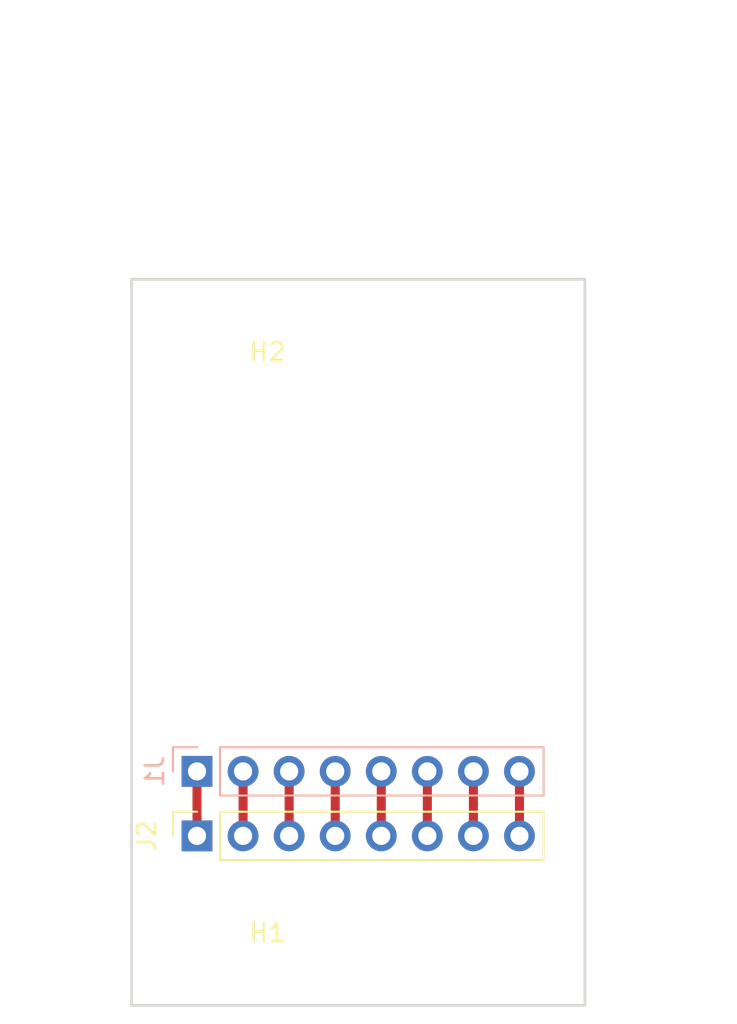
<source format=kicad_pcb>
(kicad_pcb (version 20211014) (generator pcbnew)
  (layers (0 "F.Cu" signal) (31 "B.Cu" signal) (34 "B.Paste" user) (35 "F.Paste" user) (36 "B.SilkS" user "B.Silkscreen") (37 "F.SilkS" user "F.Silkscreen") (38 "B.Mask" user) (39 "F.Mask" user) (44 "Edge.Cuts" user))
  (net 0 "")
  (net 1 "Net-(J1-Pad1)")
  (net 2 "Net-(J1-Pad2)")
  (net 3 "Net-(J1-Pad3)")
  (net 4 "Net-(J1-Pad4)")
  (net 5 "Net-(J1-Pad5)")
  (net 6 "Net-(J1-Pad6)")
  (net 7 "Net-(J1-Pad7)")
  (net 8 "Net-(J1-Pad8)")
  (footprint "MountingHole:MountingHole_3.2mm_M3" (layer "F.Cu") (at 0 -32)
    (fp_text reference "H2" (at -5 0) (layer "F.SilkS"))
    (fp_text value "MountingHole")
    (pad "" np_thru_hole circle (at 0 0) (size 3.2 3.2) (drill 3.2) (layers *.Cu *.Mask))
  )
  (footprint "MountingHole:MountingHole_3.2mm_M3" (layer "F.Cu") (at 0 0)
    (fp_text reference "H1" (at -5 0) (layer "F.SilkS"))
    (fp_text value "MountingHole")
    (pad "" np_thru_hole circle (at 0 0) (size 3.2 3.2) (drill 3.2) (layers *.Cu *.Mask))
  )
  (footprint "Connector_PinSocket_2.54mm:PinSocket_1x08_P2.54mm_Vertical" (layer "F.Cu") (at -8.89 -5.3375 90)
    (fp_text reference "J2" (at 0 -2.77 90) (layer "F.SilkS"))
    (fp_text value "Mounting_Radar")
    (fp_line (start 1.33 1.27) (end 1.33 19.11) (layer "F.SilkS") (width 0.12))
    (fp_line (start -1.33 1.27) (end -1.33 19.11) (layer "F.SilkS") (width 0.12))
    (fp_line (start 0 -1.33) (end 1.33 -1.33) (layer "F.SilkS") (width 0.12))
    (fp_line (start -1.33 19.11) (end 1.33 19.11) (layer "F.SilkS") (width 0.12))
    (fp_line (start -1.33 1.27) (end 1.33 1.27) (layer "F.SilkS") (width 0.12))
    (fp_line (start 1.33 -1.33) (end 1.33 0) (layer "F.SilkS") (width 0.12))
    (pad "1" thru_hole rect (at 0 0 90) (size 1.7 1.7) (drill 1) (layers *.Cu *.Mask) (net 1 "Net-(J1-Pad1)"))
    (pad "2" thru_hole oval (at 0 2.54 90) (size 1.7 1.7) (drill 1) (layers *.Cu *.Mask) (net 2 "Net-(J1-Pad2)"))
    (pad "3" thru_hole oval (at 0 5.08 90) (size 1.7 1.7) (drill 1) (layers *.Cu *.Mask) (net 3 "Net-(J1-Pad3)"))
    (pad "4" thru_hole oval (at 0 7.62 90) (size 1.7 1.7) (drill 1) (layers *.Cu *.Mask) (net 4 "Net-(J1-Pad4)"))
    (pad "5" thru_hole oval (at 0 10.16 90) (size 1.7 1.7) (drill 1) (layers *.Cu *.Mask) (net 5 "Net-(J1-Pad5)"))
    (pad "6" thru_hole oval (at 0 12.7 90) (size 1.7 1.7) (drill 1) (layers *.Cu *.Mask) (net 6 "Net-(J1-Pad6)"))
    (pad "7" thru_hole oval (at 0 15.24 90) (size 1.7 1.7) (drill 1) (layers *.Cu *.Mask) (net 7 "Net-(J1-Pad7)"))
    (pad "8" thru_hole oval (at 0 17.78 90) (size 1.7 1.7) (drill 1) (layers *.Cu *.Mask) (net 8 "Net-(J1-Pad8)"))
  )
  (footprint "Connector_PinHeader_2.54mm:PinHeader_1x08_P2.54mm_Vertical" (layer "B.Cu") (at -8.89 -8.89 -90)
    (fp_text reference "J1" (at 0 2.33 90) (layer "B.SilkS") (effects (justify mirror)))
    (fp_text value "Connector_CPU")
    (fp_line (start -1.33 -19.11) (end 1.33 -19.11) (layer "B.SilkS") (width 0.12))
    (fp_line (start 1.33 -1.27) (end 1.33 -19.11) (layer "B.SilkS") (width 0.12))
    (fp_line (start -1.33 0) (end -1.33 1.33) (layer "B.SilkS") (width 0.12))
    (fp_line (start -1.33 -1.27) (end -1.33 -19.11) (layer "B.SilkS") (width 0.12))
    (fp_line (start -1.33 -1.27) (end 1.33 -1.27) (layer "B.SilkS") (width 0.12))
    (fp_line (start -1.33 1.33) (end 0 1.33) (layer "B.SilkS") (width 0.12))
    (pad "1" thru_hole rect (at 0 0 270) (size 1.7 1.7) (drill 1) (layers *.Cu *.Mask) (net 1 "Net-(J1-Pad1)"))
    (pad "2" thru_hole oval (at 0 -2.54 270) (size 1.7 1.7) (drill 1) (layers *.Cu *.Mask) (net 2 "Net-(J1-Pad2)"))
    (pad "3" thru_hole oval (at 0 -5.08 270) (size 1.7 1.7) (drill 1) (layers *.Cu *.Mask) (net 3 "Net-(J1-Pad3)"))
    (pad "4" thru_hole oval (at 0 -7.62 270) (size 1.7 1.7) (drill 1) (layers *.Cu *.Mask) (net 4 "Net-(J1-Pad4)"))
    (pad "5" thru_hole oval (at 0 -10.16 270) (size 1.7 1.7) (drill 1) (layers *.Cu *.Mask) (net 5 "Net-(J1-Pad5)"))
    (pad "6" thru_hole oval (at 0 -12.7 270) (size 1.7 1.7) (drill 1) (layers *.Cu *.Mask) (net 6 "Net-(J1-Pad6)"))
    (pad "7" thru_hole oval (at 0 -15.24 270) (size 1.7 1.7) (drill 1) (layers *.Cu *.Mask) (net 7 "Net-(J1-Pad7)"))
    (pad "8" thru_hole oval (at 0 -17.78 270) (size 1.7 1.7) (drill 1) (layers *.Cu *.Mask) (net 8 "Net-(J1-Pad8)"))
  )
  (gr_line (start -12.5 -36) (end 12.5 -36) (layer "Edge.Cuts") (width 0.15))
  (gr_line (start -12.5 4) (end 12.5 4) (layer "Edge.Cuts") (width 0.15))
  (gr_line (start 12.5 -36) (end 12.5 4) (layer "Edge.Cuts") (width 0.15))
  (gr_line (start -12.5 -36) (end -12.5 4) (layer "Edge.Cuts") (width 0.15))
  (segment (start -8.89 -5.3375) (end -8.89 -8.89) (width 0.5) (layer "F.Cu") (net 1))
  (segment (start -6.35 -5.3375) (end -6.35 -8.89) (width 0.5) (layer "F.Cu") (net 2))
  (segment (start -3.81 -5.3375) (end -3.81 -8.89) (width 0.5) (layer "F.Cu") (net 3))
  (segment (start -1.27 -5.3375) (end -1.27 -8.89) (width 0.5) (layer "F.Cu") (net 4))
  (segment (start 1.27 -5.3375) (end 1.27 -8.89) (width 0.5) (layer "F.Cu") (net 5))
  (segment (start 3.81 -5.3375) (end 3.81 -8.89) (width 0.5) (layer "F.Cu") (net 6))
  (segment (start 6.35 -5.3375) (end 6.35 -8.89) (width 0.5) (layer "F.Cu") (net 7))
  (segment (start 8.89 -5.3375) (end 8.89 -8.89) (width 0.5) (layer "F.Cu") (net 8))
)
</source>
